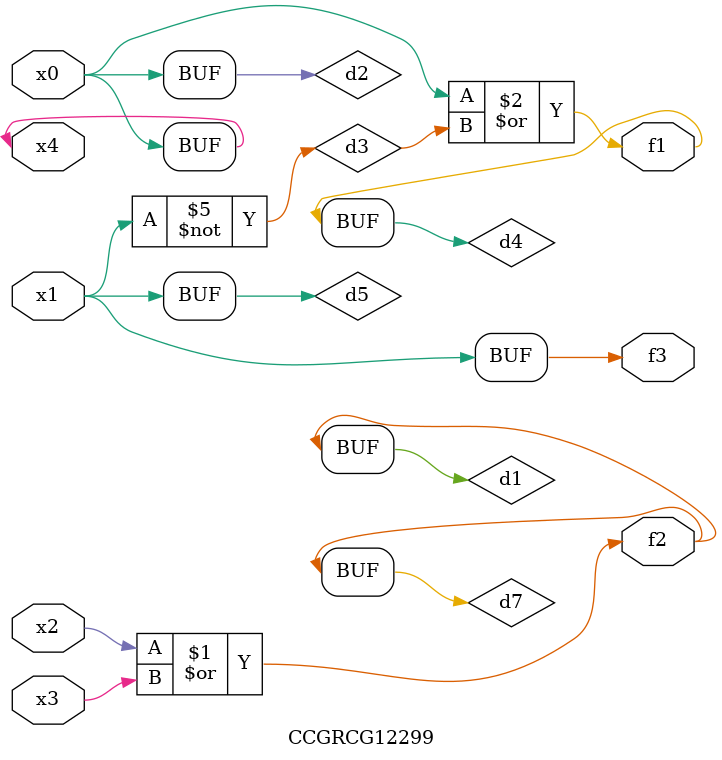
<source format=v>
module CCGRCG12299(
	input x0, x1, x2, x3, x4,
	output f1, f2, f3
);

	wire d1, d2, d3, d4, d5, d6, d7;

	or (d1, x2, x3);
	buf (d2, x0, x4);
	not (d3, x1);
	or (d4, d2, d3);
	not (d5, d3);
	nand (d6, d1, d3);
	or (d7, d1);
	assign f1 = d4;
	assign f2 = d7;
	assign f3 = d5;
endmodule

</source>
